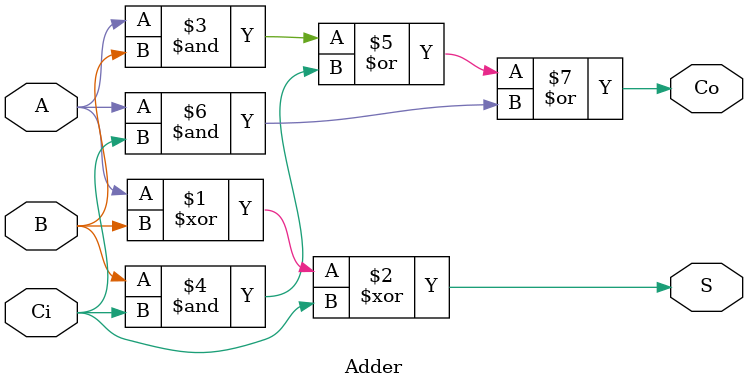
<source format=v>
`timescale 1ns / 1ps


module Adder(

    output S, Co,
    input A, B, Ci
    );
    
    assign S = A^B^Ci;
    assign Co = (A&B)|(B&Ci)|(A&Ci);
    
endmodule

</source>
